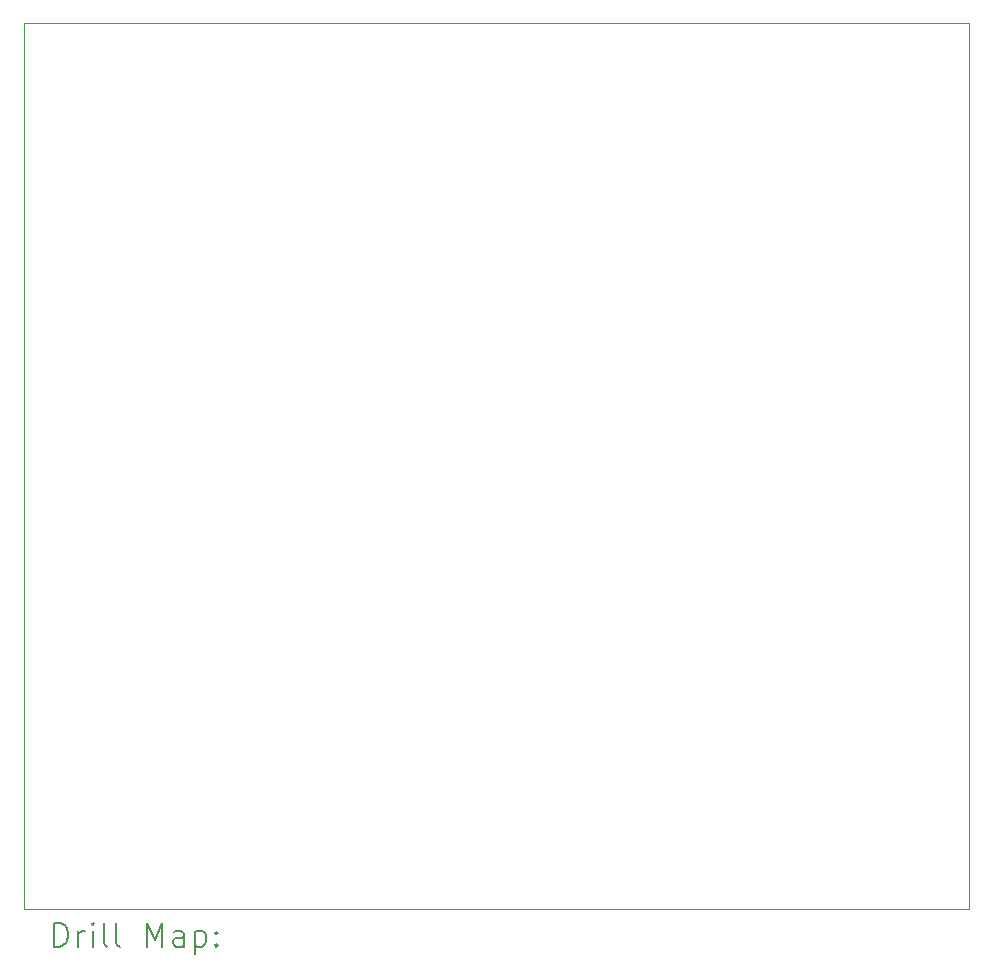
<source format=gbr>
%TF.GenerationSoftware,KiCad,Pcbnew,7.0.10*%
%TF.CreationDate,2025-03-17T23:03:50+01:00*%
%TF.ProjectId,maqueen,6d617175-6565-46e2-9e6b-696361645f70,rev?*%
%TF.SameCoordinates,Original*%
%TF.FileFunction,Drillmap*%
%TF.FilePolarity,Positive*%
%FSLAX45Y45*%
G04 Gerber Fmt 4.5, Leading zero omitted, Abs format (unit mm)*
G04 Created by KiCad (PCBNEW 7.0.10) date 2025-03-17 23:03:50*
%MOMM*%
%LPD*%
G01*
G04 APERTURE LIST*
%ADD10C,0.100000*%
%ADD11C,0.200000*%
G04 APERTURE END LIST*
D10*
X10958000Y-6242000D02*
X18958000Y-6242000D01*
X18958000Y-13742000D01*
X10958000Y-13742000D01*
X10958000Y-6242000D01*
D11*
X11213777Y-14058484D02*
X11213777Y-13858484D01*
X11213777Y-13858484D02*
X11261396Y-13858484D01*
X11261396Y-13858484D02*
X11289967Y-13868008D01*
X11289967Y-13868008D02*
X11309015Y-13887055D01*
X11309015Y-13887055D02*
X11318539Y-13906103D01*
X11318539Y-13906103D02*
X11328062Y-13944198D01*
X11328062Y-13944198D02*
X11328062Y-13972769D01*
X11328062Y-13972769D02*
X11318539Y-14010865D01*
X11318539Y-14010865D02*
X11309015Y-14029912D01*
X11309015Y-14029912D02*
X11289967Y-14048960D01*
X11289967Y-14048960D02*
X11261396Y-14058484D01*
X11261396Y-14058484D02*
X11213777Y-14058484D01*
X11413777Y-14058484D02*
X11413777Y-13925150D01*
X11413777Y-13963246D02*
X11423301Y-13944198D01*
X11423301Y-13944198D02*
X11432824Y-13934674D01*
X11432824Y-13934674D02*
X11451872Y-13925150D01*
X11451872Y-13925150D02*
X11470920Y-13925150D01*
X11537586Y-14058484D02*
X11537586Y-13925150D01*
X11537586Y-13858484D02*
X11528062Y-13868008D01*
X11528062Y-13868008D02*
X11537586Y-13877531D01*
X11537586Y-13877531D02*
X11547110Y-13868008D01*
X11547110Y-13868008D02*
X11537586Y-13858484D01*
X11537586Y-13858484D02*
X11537586Y-13877531D01*
X11661396Y-14058484D02*
X11642348Y-14048960D01*
X11642348Y-14048960D02*
X11632824Y-14029912D01*
X11632824Y-14029912D02*
X11632824Y-13858484D01*
X11766158Y-14058484D02*
X11747110Y-14048960D01*
X11747110Y-14048960D02*
X11737586Y-14029912D01*
X11737586Y-14029912D02*
X11737586Y-13858484D01*
X11994729Y-14058484D02*
X11994729Y-13858484D01*
X11994729Y-13858484D02*
X12061396Y-14001341D01*
X12061396Y-14001341D02*
X12128062Y-13858484D01*
X12128062Y-13858484D02*
X12128062Y-14058484D01*
X12309015Y-14058484D02*
X12309015Y-13953722D01*
X12309015Y-13953722D02*
X12299491Y-13934674D01*
X12299491Y-13934674D02*
X12280443Y-13925150D01*
X12280443Y-13925150D02*
X12242348Y-13925150D01*
X12242348Y-13925150D02*
X12223301Y-13934674D01*
X12309015Y-14048960D02*
X12289967Y-14058484D01*
X12289967Y-14058484D02*
X12242348Y-14058484D01*
X12242348Y-14058484D02*
X12223301Y-14048960D01*
X12223301Y-14048960D02*
X12213777Y-14029912D01*
X12213777Y-14029912D02*
X12213777Y-14010865D01*
X12213777Y-14010865D02*
X12223301Y-13991817D01*
X12223301Y-13991817D02*
X12242348Y-13982293D01*
X12242348Y-13982293D02*
X12289967Y-13982293D01*
X12289967Y-13982293D02*
X12309015Y-13972769D01*
X12404253Y-13925150D02*
X12404253Y-14125150D01*
X12404253Y-13934674D02*
X12423301Y-13925150D01*
X12423301Y-13925150D02*
X12461396Y-13925150D01*
X12461396Y-13925150D02*
X12480443Y-13934674D01*
X12480443Y-13934674D02*
X12489967Y-13944198D01*
X12489967Y-13944198D02*
X12499491Y-13963246D01*
X12499491Y-13963246D02*
X12499491Y-14020388D01*
X12499491Y-14020388D02*
X12489967Y-14039436D01*
X12489967Y-14039436D02*
X12480443Y-14048960D01*
X12480443Y-14048960D02*
X12461396Y-14058484D01*
X12461396Y-14058484D02*
X12423301Y-14058484D01*
X12423301Y-14058484D02*
X12404253Y-14048960D01*
X12585205Y-14039436D02*
X12594729Y-14048960D01*
X12594729Y-14048960D02*
X12585205Y-14058484D01*
X12585205Y-14058484D02*
X12575682Y-14048960D01*
X12575682Y-14048960D02*
X12585205Y-14039436D01*
X12585205Y-14039436D02*
X12585205Y-14058484D01*
X12585205Y-13934674D02*
X12594729Y-13944198D01*
X12594729Y-13944198D02*
X12585205Y-13953722D01*
X12585205Y-13953722D02*
X12575682Y-13944198D01*
X12575682Y-13944198D02*
X12585205Y-13934674D01*
X12585205Y-13934674D02*
X12585205Y-13953722D01*
M02*

</source>
